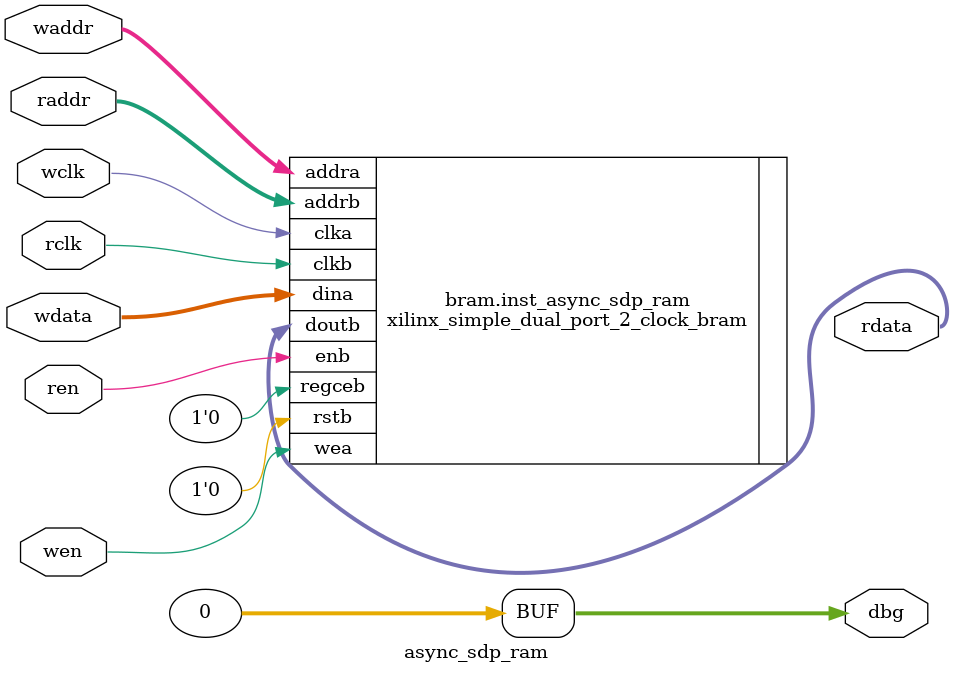
<source format=v>
module async_bfifo_reg #(
    	parameter RAM_STYLE  = "distributed",              // Specify RAM style: auto/block/distributed
	parameter DWID       = 18, 
	parameter AWID       = 10, 
	parameter AFULL_TH   = 4, 
	parameter AEMPTY_TH  = 4, 
	parameter DBG_WID    = 32 
) (
  //write clock domain
  input 					wclk,                          // write clock
  input 					wrst,                          // write reset
  input 					wen,                           // Write enable
  input  [DWID-1:0]   	    wdata,                         // RAM input data
  output                    nfull,                         // 
  output                    nafull,                        // 
  output                    woverflow,                     // 
  output [AWID:0]           cnt_free,                      // the counter used in fifo for read clock domain 
  //read clock domain
  input                     rclk,                          // Read clock
  input                     rrst,                          // Read reset 
  input                     ren,                           // Read Enable
  output [DWID-1:0]         rdata,                         // RAM output data
  output                    nempty,                        // 
  output                    naempty,                       // 
  output                    roverflow,                     // 
  output [AWID:0]           cnt_used ,                     // the counter used in fifo for write clock domain
  output [DBG_WID-1:0]      dbg                            // debug signal
);

wire [AWID-1 : 0] waddr_wclk;
wire [AWID-1 : 0] waddr_rclk;
wire [AWID-1 : 0] raddr_wclk;
wire [AWID-1 : 0] raddr_rclk;

//////////////////////////////////////////////////////////////////////////////////
//      mem instance
//////////////////////////////////////////////////////////////////////////////////
async_sdp_ram #(
        .RAM_STYLE   ( RAM_STYLE   ),
	.DWID        ( DWID        ), 
	.AWID        ( AWID        ), 
	.DBG_WID     ( DBG_WID     ) 
) inst_async_sdp_ram (
    .wclk    (  wclk        ),         // Write clock
    .rclk    (  rclk        ),         // Read clock
    .waddr   (  waddr_wclk  ),         // Write address bus, width determined from RAM_DEPTH
    .wen     (  wen         ),         // Write enable
    .wdata   (  wdata       ),         // RAM input data
    .raddr   (  raddr_rclk  ),         // Read address bus, width determined from RAM_DEPTH
    .ren     (  ren         ),         // Read Enable, for additional power savings, disable when not in use
    .rdata   (  rdata       ),         // RAM output data
    .dbg     (              )          // debug signal
);

//////////////////////////////////////////////////////////////////////////////////
//     waddr logic instance 
//////////////////////////////////////////////////////////////////////////////////
fifo_addr_logic #(
	.AWID (AWID)
	)
inst_waddr(
	.clk         (wclk      ),
	.rst         (wrst      ),
	.enb         (nfull     ),
	.inc         (wen       ),
	.addr        (waddr_wclk)
	);

//////////////////////////////////////////////////////////////////////////////////
//     raddr logic instance 
//////////////////////////////////////////////////////////////////////////////////
fifo_addr_logic #(
	.AWID (AWID)
	)
inst_raddr(
	.clk         (rclk      ),
	.rst         (rrst      ),
	.enb         (nempty    ),
	.inc         (ren       ),
	.addr        (raddr_rclk)
	);

//////////////////////////////////////////////////////////////////////////////////
//     full logic instance
//////////////////////////////////////////////////////////////////////////////////
fifo_full_logic #(
	.AWID        ( AWID       ),
	.AFULL_TH    ( AFULL_TH   )
	)
inst_full_logic(
	.wclk        ( wclk       ),
	.wrst        ( wrst       ),
	.wen         ( wen        ),
	.waddr       ( waddr_wclk ),
	.raddr       ( raddr_wclk ),
	.nfull       ( nfull      ),
	.nafull      ( nafull     ),
	.woverflow   ( woverflow  ),
	.cnt_free    ( cnt_free   )
	);

//////////////////////////////////////////////////////////////////////////////////
//     empty logic instance
//////////////////////////////////////////////////////////////////////////////////
fifo_empty_logic #(
	.AWID        ( AWID       ),
	.AEMPTY_TH   ( AEMPTY_TH  )
	)
inst_empty_logic(
	.rclk       ( rclk       ),
	.rrst       ( rrst       ),
	.ren        ( ren        ),
	.raddr      ( raddr_rclk ),
	.waddr      ( waddr_rclk ),
	.nempty     ( nempty     ),
	.naempty    ( naempty    ),
	.roverflow  ( roverflow  ),
	.cnt_used   ( cnt_used   )
	);

//////////////////////////////////////////////////////////////////////////////////
//     waddr clock-domain-cross process instance
//////////////////////////////////////////////////////////////////////////////////
fifo_addr_cdc_tf #(
	.AWID   ( AWID )
	)
inst_waddr_cdc_tf(
	.clk_in        ( wclk       ),
	.rst_in        ( wrst       ),
	.clk_out       ( rclk       ),
	.rst_out       ( rrst       ),
	.addr_in    ( waddr_wclk ),
	.addr_out   ( waddr_rclk )
	);

//////////////////////////////////////////////////////////////////////////////////
//     raddr clock-domain-cross process instance
//////////////////////////////////////////////////////////////////////////////////
fifo_addr_cdc_tf #(
	.AWID   ( AWID )
	)
inst_raddr_cdc_tf(
	.clk_in        ( rclk       ),
	.rst_in        ( rrst       ),
	.clk_out       ( wclk       ),
	.rst_out       ( wrst       ),
	.addr_in    ( raddr_rclk ),
	.addr_out   ( raddr_wclk )
	);

//////////////////////////////////////////////////////////////////////////////////
//  debug sig
//////////////////////////////////////////////////////////////////////////////////
assign dbg = { 28'h0, woverflow, roverflow, nafull, nempty };

endmodule

module async_convert #(
	parameter DWID       = 10,
	parameter DLY_NUM    = 2 
) (
  input 					clk_in,                    // clock old 
  input 					rst_in,                    // reset old
  input 					clk_out,                   // clock new
  input 					rst_out,                   // reset new
  input  [DWID-1:0]			din,                       // addr in a clock domain
  output [DWID-1:0]			dout                       // new addr in a new clock domain
);

//////////////////////////////////////////////////////////////////////////////////
//     signal declare
//////////////////////////////////////////////////////////////////////////////////
reg [DWID-1:0]      din_reg;
reg [DWID*DLY_NUM-1:0] din_dly;

//////////////////////////////////////////////////////////////////////////////////
//     the data is clocked by old clock
//////////////////////////////////////////////////////////////////////////////////
always@( posedge clk_in or posedge rst_in ) begin
		if( rst_in==1'b1 ) begin
				din_reg <= 0;
		end
		else begin
				din_reg <= din;
		end
end

//////////////////////////////////////////////////////////////////////////////////
//     the data is clocked by new clock
//////////////////////////////////////////////////////////////////////////////////
always@( posedge clk_out or posedge rst_out ) begin
		if( rst_out==1'b1 ) begin
				din_dly <= 0;
		end
		else begin
				din_dly <= { din_dly[DWID*(DLY_NUM-1)-1:0], din_reg };
		end
end

assign dout = din_dly[ DWID*DLY_NUM-1 : DWID*(DLY_NUM-1) ];

endmodule


module async_sdp_ram #(
    parameter RAM_STYLE = "block",                  // Specify RAM style: auto/block/distributed
	parameter DWID      = 18, 
	parameter AWID      = 10, 
	parameter DBG_WID   = 32 
) (
  input 					wclk,                          // Write clock
  input 					rclk,                          // Read clock
  input  [AWID-1:0]	waddr,                         // Write address bus, width determined from RAM_DEPTH
  input 					wen,                           // Write enable
  input  [DWID-1:0]   	wdata,                         // RAM input data
  input  [AWID-1:0]   raddr,                         // Read address bus, width determined from RAM_DEPTH
  input                     ren,                           // Read Enable, for additional power savings, disable when not in use
  output [DWID-1:0]      rdata,                         // RAM output data
  output [DBG_WID-1:0]      dbg                            // debug signal
);

//////////////////////////////////////////////////////////////////////////////////
//      mem instance
//////////////////////////////////////////////////////////////////////////////////
generate
if( RAM_STYLE=="block" ) begin : bram
xilinx_simple_dual_port_2_clock_bram #(
    .RAM_WIDTH(DWID),                  // Specify RAM data width
    .RAM_DEPTH(2**AWID),            // Specify RAM depth (number of entires)
    .RAM_PERFORMANCE("LOW_LATENCY"),      // Select "HIGH_PERFORMANCE" or "LOW_LATENCY" 
    .INIT_FILE("")                        // Specify name/location of RAM initialization file if using one (leave blank if not)
  ) inst_async_sdp_ram (
    .addra(waddr),    // Write address bus, width determined from RAM_DEPTH
    .addrb(raddr),    // Read address bus, width determined from RAM_DEPTH
    .dina(wdata),      // RAM input data, width determined from DWIDTH
    .clka(wclk),      // Write clock
    .clkb(rclk),      // Read clock
    .wea(wen),        // Write enable
    .enb(ren),        // Read Enable, for additional power savings, disable when not in use
    .rstb(1'b0),         // Output reset (does not affect memory contents)
    .regceb(1'b0),       // Output register enable
    .doutb(rdata)     // RAM output data, width determined from DWIDTH
  );
end
else if( RAM_STYLE=="distributed" ) begin : dram
xilinx_simple_dual_port_2_clock_dram #(
    .RAM_WIDTH(DWID),                  // Specify RAM data width
    .RAM_DEPTH(2**AWID),            // Specify RAM depth (number of entires)
    .RAM_PERFORMANCE("LOW_LATENCY"),      // Select "HIGH_PERFORMANCE" or "LOW_LATENCY" 
    .INIT_FILE("")                        // Specify name/location of RAM initialization file if using one (leave blank if not)
  ) inst_async_sdp_ram (
    .addra(waddr),    // Write address bus, width determined from RAM_DEPTH
    .addrb(raddr),    // Read address bus, width determined from RAM_DEPTH
    .dina(wdata),      // RAM input data, width determined from DWIDTH
    .clka(wclk),      // Write clock
    .clkb(rclk),      // Read clock
    .wea(wen),        // Write enable
    .enb(ren),        // Read Enable, for additional power savings, disable when not in use
    .rstb(1'b0),         // Output reset (does not affect memory contents)
    .regceb(1'b0),       // Output register enable
    .doutb(rdata)     // RAM output data, width determined from DWIDTH
  );
end
else begin : auto
xilinx_simple_dual_port_2_clock_ram #(
    .RAM_WIDTH(DWID),                  // Specify RAM data width
    .RAM_DEPTH(2**AWID),            // Specify RAM depth (number of entires)
    .RAM_PERFORMANCE("LOW_LATENCY"),      // Select "HIGH_PERFORMANCE" or "LOW_LATENCY" 
    .INIT_FILE("")                        // Specify name/location of RAM initialization file if using one (leave blank if not)
  ) inst_async_sdp_ram (
    .addra(waddr),    // Write address bus, width determined from RAM_DEPTH
    .addrb(raddr),    // Read address bus, width determined from RAM_DEPTH
    .dina(wdata),      // RAM input data, width determined from DWIDTH
    .clka(wclk),      // Write clock
    .clkb(rclk),      // Read clock
    .wea(wen),        // Write enable
    .enb(ren),        // Read Enable, for additional power savings, disable when not in use
    .rstb(1'b0),         // Output reset (does not affect memory contents)
    .regceb(1'b0),       // Output register enable
    .doutb(rdata)     // RAM output data, width determined from DWIDTH
  );
end

endgenerate

//////////////////////////////////////////////////////////////////////////////////
//     debug process 
//////////////////////////////////////////////////////////////////////////////////
assign dbg = 32'h0;

endmodule


</source>
